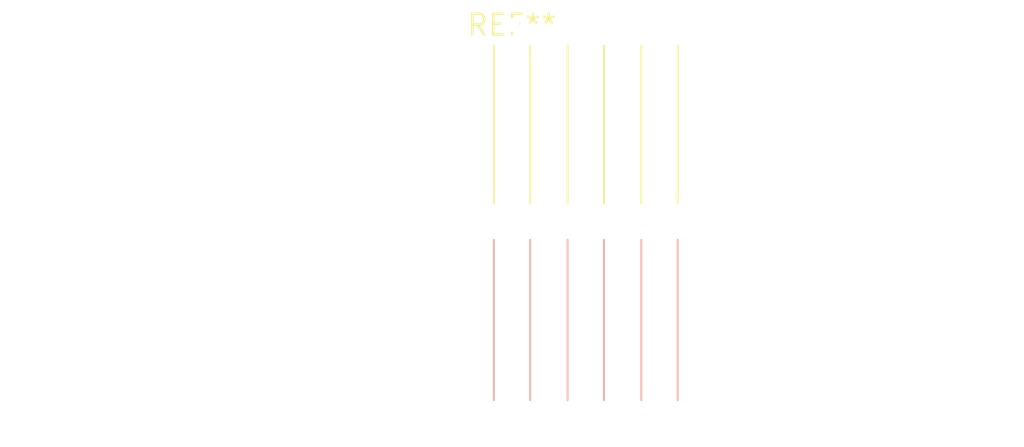
<source format=kicad_pcb>
(kicad_pcb (version 20240108) (generator pcbnew)
  (layers (0 "F.Cu" signal) (31 "B.Cu" signal) (34 "B.Paste" user) (35 "F.Paste" user) (36 "B.SilkS" user "B.Silkscreen") (37 "F.SilkS" user "F.Silkscreen") (38 "B.Mask" user) (39 "F.Mask" user) (44 "Edge.Cuts" user))
  (net 0 "")
  (footprint "SolderWire-0.25sqmm_1x03_P4.5mm_D0.65mm_OD2mm_Relief2x" (layer "F.Cu") (at 0 0)
    (property "Reference" "REF**")
    (property "Value" "SolderWire-0.25sqmm_1x03_P4.5mm_D0.65mm_OD2mm_Relief2x")
    (fp_line (start -1.11 13.11) (end -1.11 22.89) (layer "B.SilkS") (stroke (width 0.12)))
    (fp_line (start 1.11 13.11) (end 1.11 22.89) (layer "B.SilkS") (stroke (width 0.12)))
    (fp_line (start 3.39 13.11) (end 3.39 22.89) (layer "B.SilkS") (stroke (width 0.12)))
    (fp_line (start 5.61 13.11) (end 5.61 22.89) (layer "B.SilkS") (stroke (width 0.12)))
    (fp_line (start 7.89 13.11) (end 7.89 22.89) (layer "B.SilkS") (stroke (width 0.12)))
    (fp_line (start 10.11 13.11) (end 10.11 22.89) (layer "B.SilkS") (stroke (width 0.12)))
    (fp_line (start -1.11 1.26) (end -1.11 10.89) (layer "F.SilkS") (stroke (width 0.12)))
    (fp_line (start 1.11 1.26) (end 1.11 10.89) (layer "F.SilkS") (stroke (width 0.12)))
    (fp_line (start 3.39 1.26) (end 3.39 10.89) (layer "F.SilkS") (stroke (width 0.12)))
    (fp_line (start 5.61 1.26) (end 5.61 10.89) (layer "F.SilkS") (stroke (width 0.12)))
    (fp_line (start 7.89 1.26) (end 7.89 10.89) (layer "F.SilkS") (stroke (width 0.12)))
    (fp_line (start 10.11 1.26) (end 10.11 10.89) (layer "F.SilkS") (stroke (width 0.12)))
    (pad "" np_thru_hole circle (at 0 12) (size 2.5 2.5) (drill 2.5) (layers *.Cu *.Mask))
    (pad "" np_thru_hole circle (at 0 24) (size 2.5 2.5) (drill 2.5) (layers *.Cu *.Mask))
    (pad "" np_thru_hole circle (at 4.5 12) (size 2.5 2.5) (drill 2.5) (layers *.Cu *.Mask))
    (pad "" np_thru_hole circle (at 4.5 24) (size 2.5 2.5) (drill 2.5) (layers *.Cu *.Mask))
    (pad "" np_thru_hole circle (at 9 12) (size 2.5 2.5) (drill 2.5) (layers *.Cu *.Mask))
    (pad "" np_thru_hole circle (at 9 24) (size 2.5 2.5) (drill 2.5) (layers *.Cu *.Mask))
    (pad "1" thru_hole roundrect (at 0 0) (size 2 2) (drill 0.85) (layers *.Cu *.Mask) (remove_unused_layers) (roundrect_rratio 0.125))
    (pad "2" thru_hole circle (at 4.5 0) (size 2 2) (drill 0.85) (layers *.Cu *.Mask) (remove_unused_layers))
    (pad "3" thru_hole circle (at 9 0) (size 2 2) (drill 0.85) (layers *.Cu *.Mask) (remove_unused_layers))
  )
)
</source>
